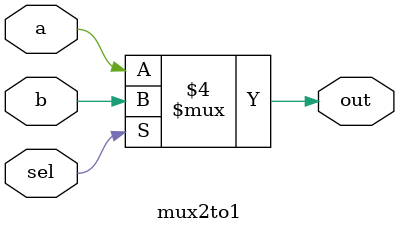
<source format=v>
module mux2to1(out,a,b,sel);
    input a,b,sel;//！注意这里的sel是输入信号，不是输出信号，所以不用reg声明
    output out;//！注意这里的out是输出信号，不是输入信号，所以不用wire声明
    reg out;
    
always @ (a or b or sel)
    begin
        if (sel == 1'b0) out = a;
        else out = b;
    end
endmodule
</source>
